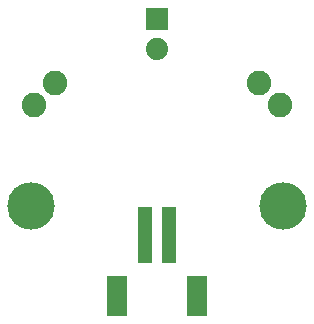
<source format=gbs>
G75*
%MOIN*%
%OFA0B0*%
%FSLAX24Y24*%
%IPPOS*%
%LPD*%
%AMOC8*
5,1,8,0,0,1.08239X$1,22.5*
%
%ADD10C,0.0820*%
%ADD11R,0.0740X0.0740*%
%ADD12C,0.0740*%
%ADD13R,0.0474X0.1891*%
%ADD14R,0.0710X0.1340*%
%ADD15C,0.1580*%
D10*
X001585Y007546D03*
X002292Y008254D03*
X009085Y008254D03*
X009792Y007546D03*
D11*
X005688Y010400D03*
D12*
X005688Y009400D03*
D13*
X005295Y003207D03*
X006082Y003207D03*
D14*
X007027Y001159D03*
X004350Y001159D03*
D15*
X001488Y004150D03*
X009888Y004150D03*
M02*

</source>
